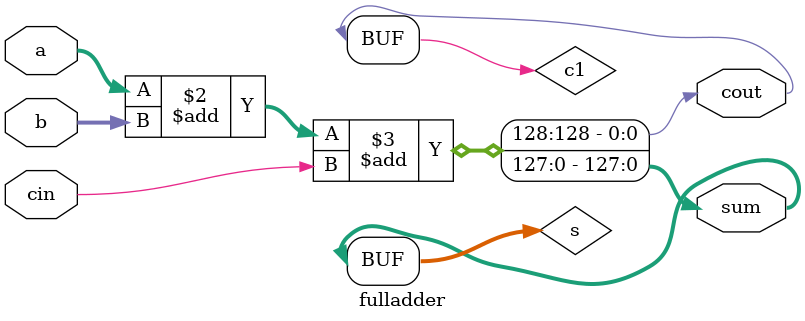
<source format=sv>
module fulladder #(parameter N=128)
						(input  logic [N-1:0] a, b,
						 input  logic         cin,
						 output logic [N-1:0] sum, 
						 output logic         cout);
						
logic [N-1:0] s;
logic c1;

always_comb begin
	{c1, s} = a + b + cin;
end

assign sum = s;
assign cout = c1;

endmodule
</source>
